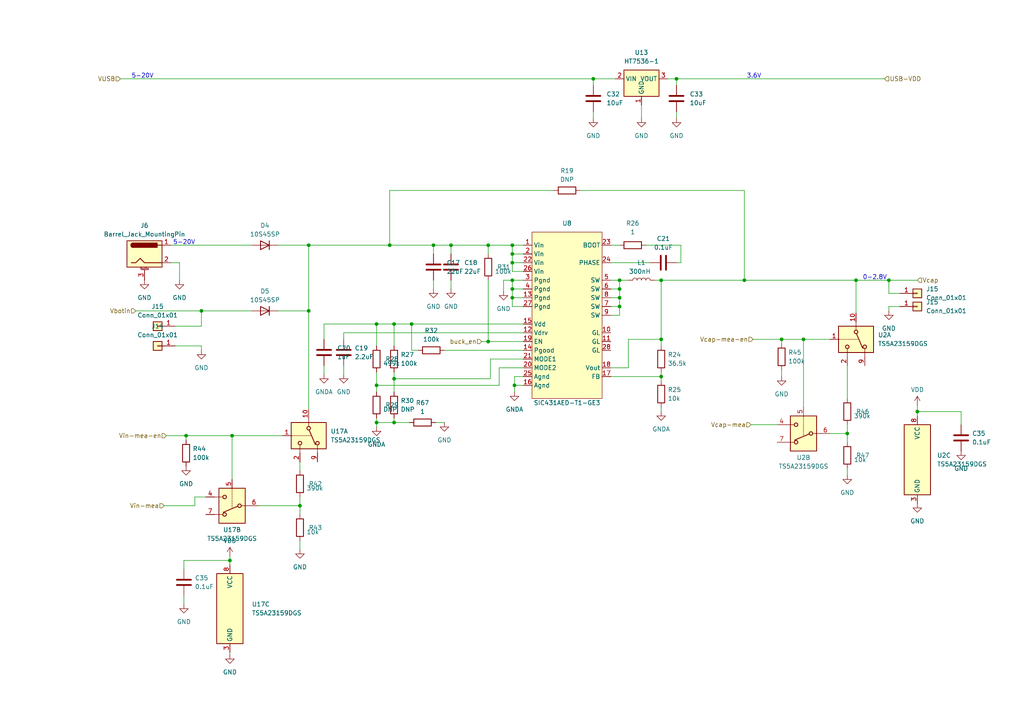
<source format=kicad_sch>
(kicad_sch (version 20230121) (generator eeschema)
  (paper "A4")
  (lib_symbols
    (symbol "Analog_Switch:TS5A23159DGS"
      (property "Reference" "U" (at -5.08 8.89 0))
      (property "Value" "TS5A23159DGS" (at -5.08 6.985 0))
      (symbol "TS5A23159DGS_1_1"
        (rectangle (start -3.81 5.08) (end 3.81 -5.08) (stroke (width 0.254)) (fill (type background)))
        (circle (center -2.159 0) (radius 0.508) (stroke (width 0.254)))
        (polyline (pts (xy -5.08 0) (xy -2.794 0)))
        (polyline (pts (xy -1.651 0.127) (xy 2.54 1.905)) (stroke (width 0.254)))
        (polyline (pts (xy 0 -5.08) (xy 0 -4.572)))
        (polyline (pts (xy 0 -4.318) (xy 0 -4.064)))
        (polyline (pts (xy 0 -3.81) (xy 0 -3.556)))
        (polyline (pts (xy 0 -3.302) (xy 0 -3.048)))
        (polyline (pts (xy 0 -2.794) (xy 0 -2.54)))
        (polyline (pts (xy 0 -2.286) (xy 0 -2.032)))
        (polyline (pts (xy 0 -1.778) (xy 0 -1.524)))
        (polyline (pts (xy 0 -1.27) (xy 0 -1.016)))
        (polyline (pts (xy 0 -0.762) (xy 0 -0.508)))
        (polyline (pts (xy 0 -0.254) (xy 0 0)))
        (polyline (pts (xy 0 0.254) (xy 0 0.508)))
        (polyline (pts (xy 5.08 -2.54) (xy 2.794 -2.54)))
        (polyline (pts (xy 5.08 2.54) (xy 2.794 2.54)))
        (circle (center 2.159 -2.54) (radius 0.508) (stroke (width 0.254)))
        (circle (center 2.159 2.54) (radius 0.508) (stroke (width 0.254)))
        (pin input line (at 0 -7.62 90) (length 2.54) (name "~") (number "1"))
        (pin passive line (at -7.62 0 0) (length 2.54) (name "~") (number "10"))
        (pin passive line (at 7.62 -2.54 180) (length 2.54) (name "~") (number "2"))
        (pin passive line (at 7.62 2.54 180) (length 2.54) (name "~") (number "9"))
      )
      (symbol "TS5A23159DGS_2_1"
        (rectangle (start -3.81 5.08) (end 3.81 -5.08) (stroke (width 0.254)) (fill (type background)))
        (circle (center -2.159 0) (radius 0.508) (stroke (width 0.254)))
        (polyline (pts (xy -5.08 0) (xy -2.794 0)))
        (polyline (pts (xy -1.651 0.127) (xy 2.54 1.905)) (stroke (width 0.254)))
        (polyline (pts (xy 0 -5.08) (xy 0 -4.572)))
        (polyline (pts (xy 0 -4.318) (xy 0 -4.064)))
        (polyline (pts (xy 0 -3.81) (xy 0 -3.556)))
        (polyline (pts (xy 0 -3.302) (xy 0 -3.048)))
        (polyline (pts (xy 0 -2.794) (xy 0 -2.54)))
        (polyline (pts (xy 0 -2.286) (xy 0 -2.032)))
        (polyline (pts (xy 0 -1.778) (xy 0 -1.524)))
        (polyline (pts (xy 0 -1.27) (xy 0 -1.016)))
        (polyline (pts (xy 0 -0.762) (xy 0 -0.508)))
        (polyline (pts (xy 0 -0.254) (xy 0 0)))
        (polyline (pts (xy 0 0.254) (xy 0 0.508)))
        (polyline (pts (xy 5.08 -2.54) (xy 2.794 -2.54)))
        (polyline (pts (xy 5.08 2.54) (xy 2.794 2.54)))
        (circle (center 2.159 -2.54) (radius 0.508) (stroke (width 0.254)))
        (circle (center 2.159 2.54) (radius 0.508) (stroke (width 0.254)))
        (pin passive line (at 7.62 -2.54 180) (length 2.54) (name "~") (number "4"))
        (pin input line (at 0 -7.62 90) (length 2.54) (name "~") (number "5"))
        (pin passive line (at -7.62 0 0) (length 2.54) (name "~") (number "6"))
        (pin passive line (at 7.62 2.54 180) (length 2.54) (name "~") (number "7"))
      )
      (symbol "TS5A23159DGS_3_1"
        (rectangle (start -3.81 10.16) (end 3.81 -10.16) (stroke (width 0.254)) (fill (type background)))
        (pin power_in line (at 0 -12.7 90) (length 2.54) (name "GND") (number "3"))
        (pin power_in line (at 0 12.7 270) (length 2.54) (name "VCC") (number "8"))
      )
    )
    (symbol "Connector:Barrel_Jack_MountingPin" (pin_names hide)
      (property "Reference" "J6" (at 0 8.255 0))
      (property "Value" "Barrel_Jack_MountingPin" (at 0 5.715 0))
      (symbol "Barrel_Jack_MountingPin_0_1"
        (rectangle (start -5.08 3.81) (end 5.08 -3.81) (stroke (width 0.254)) (fill (type background)))
        (arc (start -3.302 3.175) (mid -3.9343 2.54) (end -3.302 1.905) (stroke (width 0.254)))
        (arc (start -3.302 3.175) (mid -3.9343 2.54) (end -3.302 1.905) (stroke (width 0.254)) (fill (type outline)))
        (polyline (pts (xy 5.08 2.54) (xy 3.81 2.54)) (stroke (width 0.254)))
        (polyline (pts (xy -3.81 -2.54) (xy -2.54 -2.54) (xy -1.27 -1.27) (xy 0 -2.54) (xy 2.54 -2.54) (xy 5.08 -2.54)) (stroke (width 0.254)))
        (rectangle (start 3.683 3.175) (end -3.302 1.905) (stroke (width 0.254)) (fill (type outline)))
      )
      (symbol "Barrel_Jack_MountingPin_1_1"
        (polyline (pts (xy -1.016 -4.572) (xy 1.016 -4.572)) (stroke (width 0.1524)))
        (text "Mounting" (at 0 -4.191 0) (effects (font (size 0.381 0.381))))
        (pin passive line (at 7.62 2.54 180) (length 2.54) (name "~") (number "1"))
        (pin passive line (at 7.62 -2.54 180) (length 2.54) (name "~") (number "2"))
        (pin passive line (at 0 -7.62 90) (length 3.048) (name "MP") (number "3"))
      )
    )
    (symbol "Connector_Generic:Conn_01x01" (pin_names (offset 1.016) hide)
      (property "Reference" "J" (at 0 2.54 0))
      (property "Value" "Conn_01x01" (at 0 -2.54 0))
      (symbol "Conn_01x01_1_1"
        (rectangle (start -1.27 0.127) (end 0 -0.127) (stroke (width 0.1524)))
        (rectangle (start -1.27 1.27) (end 1.27 -1.27) (stroke (width 0.254)) (fill (type background)))
        (pin passive line (at -5.08 0 0) (length 3.81) (name "Pin_1") (number "1"))
      )
    )
    (symbol "Device:C" (pin_numbers hide) (pin_names (offset 0.254))
      (property "Reference" "C" (at 0.635 2.54 0))
      (property "Value" "C" (at 0.635 -2.54 0))
      (symbol "C_0_1"
        (polyline (pts (xy -2.032 -0.762) (xy 2.032 -0.762)) (stroke (width 0.508)))
        (polyline (pts (xy -2.032 0.762) (xy 2.032 0.762)) (stroke (width 0.508)))
      )
      (symbol "C_1_1"
        (pin passive line (at 0 3.81 270) (length 2.794) (name "~") (number "1"))
        (pin passive line (at 0 -3.81 90) (length 2.794) (name "~") (number "2"))
      )
    )
    (symbol "Device:L" (pin_numbers hide) (pin_names (offset 1.016) hide)
      (property "Reference" "L" (at -1.27 0 90))
      (property "Value" "L" (at 1.905 0 90))
      (symbol "L_0_1"
        (arc (start 0 -2.54) (mid 0.6323 -1.905) (end 0 -1.27))
        (arc (start 0 -1.27) (mid 0.6323 -0.635) (end 0 0))
        (arc (start 0 0) (mid 0.6323 0.635) (end 0 1.27))
        (arc (start 0 1.27) (mid 0.6323 1.905) (end 0 2.54))
      )
      (symbol "L_1_1"
        (pin passive line (at 0 3.81 270) (length 1.27) (name "1") (number "1"))
        (pin passive line (at 0 -3.81 90) (length 1.27) (name "2") (number "2"))
      )
    )
    (symbol "Device:R" (pin_numbers hide) (pin_names (offset 0))
      (property "Reference" "R" (at 2.032 0 90))
      (property "Value" "R" (at 0 0 90))
      (symbol "R_0_1"
        (rectangle (start -1.016 -2.54) (end 1.016 2.54) (stroke (width 0.254)))
      )
      (symbol "R_1_1"
        (pin passive line (at 0 3.81 270) (length 1.27) (name "~") (number "1"))
        (pin passive line (at 0 -3.81 90) (length 1.27) (name "~") (number "2"))
      )
    )
    (symbol "Diode:VS-6ESU06" (pin_numbers hide) (pin_names hide)
      (property "Reference" "D" (at 0 2.54 0))
      (property "Value" "VS-6ESU06" (at 0 -2.54 0))
      (symbol "VS-6ESU06_0_1"
        (polyline (pts (xy -1.27 1.27) (xy -1.27 -1.27)) (stroke (width 0.254)))
        (polyline (pts (xy 1.27 0) (xy -1.27 0)))
        (polyline (pts (xy 1.27 1.27) (xy 1.27 -1.27) (xy -1.27 0) (xy 1.27 1.27)) (stroke (width 0.254)))
      )
      (symbol "VS-6ESU06_1_1"
        (pin passive line (at 3.81 0 180) (length 2.54) (name "A") (number "1"))
        (pin passive line (at 3.81 0 180) (length 2.54) hide (name "A") (number "2"))
        (pin passive line (at -3.81 0 0) (length 2.54) (name "K") (number "3"))
      )
    )
    (symbol "Fan_pwr:dcdc-buck-SiC431"
      (property "Reference" "U8" (at 0.0019 26.67 0))
      (property "Value" "SIC431AED-T1-GE3" (at 0 -25.4 0))
      (symbol "dcdc-buck-SiC431_1_1"
        (rectangle (start -10.16 24.13) (end 10.16 -24.13) (fill (type background)))
        (pin power_in line (at -12.7 20.32 0) (length 2.54) (name "Vin") (number "1"))
        (pin output line (at 12.7 -5.08 180) (length 2.54) (name "GL") (number "10"))
        (pin output line (at 12.7 -7.62 180) (length 2.54) (name "GL") (number "11"))
        (pin power_out line (at -12.7 -5.08 0) (length 2.54) (name "Vdrv") (number "12"))
        (pin power_in line (at -12.7 5.08 0) (length 2.54) (name "Pgnd") (number "13"))
        (pin output line (at -12.7 -10.16 0) (length 2.54) (name "Pgood") (number "14"))
        (pin power_out line (at -12.7 -2.54 0) (length 2.54) (name "Vdd") (number "15"))
        (pin power_in line (at -12.7 -20.32 0) (length 2.54) (name "Agnd") (number "16"))
        (pin input line (at 12.7 -17.78 180) (length 2.54) (name "FB") (number "17"))
        (pin input line (at 12.7 -15.24 180) (length 2.54) (name "Vout") (number "18"))
        (pin input line (at -12.7 -7.62 0) (length 2.54) (name "EN") (number "19"))
        (pin power_in line (at -12.7 17.78 0) (length 2.54) (name "Vin") (number "2"))
        (pin input line (at -12.7 -15.24 0) (length 2.54) (name "MODE2") (number "20"))
        (pin input line (at -12.7 -12.7 0) (length 2.54) (name "MODE1") (number "21"))
        (pin power_in line (at -12.7 15.24 0) (length 2.54) (name "Vin") (number "22"))
        (pin bidirectional line (at 12.7 20.32 180) (length 2.54) (name "BOOT") (number "23"))
        (pin bidirectional line (at 12.7 15.24 180) (length 2.54) (name "PHASE") (number "24"))
        (pin power_in line (at -12.7 -17.78 0) (length 2.54) (name "Agnd") (number "25"))
        (pin power_in line (at -12.7 12.7 0) (length 2.54) (name "Vin") (number "26"))
        (pin power_in line (at -12.7 2.54 0) (length 2.54) (name "Pgnd") (number "27"))
        (pin output line (at 12.7 -10.16 180) (length 2.54) (name "GL") (number "28"))
        (pin power_in line (at -12.7 10.16 0) (length 2.54) (name "Pgnd") (number "3"))
        (pin power_in line (at -12.7 7.62 0) (length 2.54) (name "Pgnd") (number "4"))
        (pin power_out line (at 12.7 10.16 180) (length 2.54) (name "SW") (number "5"))
        (pin power_out line (at 12.7 7.62 180) (length 2.54) (name "SW") (number "6"))
        (pin power_out line (at 12.7 2.54 180) (length 2.54) (name "SW") (number "7"))
        (pin power_out line (at 12.7 5.08 180) (length 2.54) (name "SW") (number "8"))
        (pin power_out line (at 12.7 0 180) (length 2.54) (name "SW") (number "9"))
      )
    )
    (symbol "Regulator_Linear:HT75xx-1-SOT89"
      (property "Reference" "U" (at -5.08 -3.81 0))
      (property "Value" "HT75xx-1-SOT89" (at 0 6.35 0))
      (symbol "HT75xx-1-SOT89_0_1"
        (rectangle (start -5.08 5.08) (end 5.08 -2.54) (stroke (width 0.254)) (fill (type background)))
      )
      (symbol "HT75xx-1-SOT89_1_1"
        (pin power_in line (at 0 -5.08 90) (length 2.54) (name "GND") (number "1"))
        (pin power_in line (at -7.62 2.54 0) (length 2.54) (name "VIN") (number "2"))
        (pin power_out line (at 7.62 2.54 180) (length 2.54) (name "VOUT") (number "3"))
      )
    )
    (symbol "power:GND" (power) (pin_names (offset 0))
      (property "Value" "GND" (at 0 -3.81 0))
      (symbol "GND_0_1"
        (polyline (pts (xy 0 0) (xy 0 -1.27) (xy 1.27 -1.27) (xy 0 -2.54) (xy -1.27 -1.27) (xy 0 -1.27)))
      )
      (symbol "GND_1_1"
        (pin power_in line (at 0 0 270) (length 0) hide (name "GND") (number "1"))
      )
    )
    (symbol "power:GNDA" (power) (pin_names (offset 0))
      (property "Value" "GNDA" (at 0 -3.81 0))
      (symbol "GNDA_0_1"
        (polyline (pts (xy 0 0) (xy 0 -1.27) (xy 1.27 -1.27) (xy 0 -2.54) (xy -1.27 -1.27) (xy 0 -1.27)))
      )
      (symbol "GNDA_1_1"
        (pin power_in line (at 0 0 270) (length 0) hide (name "GNDA") (number "1"))
      )
    )
    (symbol "power:VDD" (power) (pin_names (offset 0))
      (property "Value" "VDD" (at 0 3.81 0))
      (symbol "VDD_0_1"
        (polyline (pts (xy -0.762 1.27) (xy 0 2.54)))
        (polyline (pts (xy 0 0) (xy 0 2.54)))
        (polyline (pts (xy 0 2.54) (xy 0.762 1.27)))
      )
      (symbol "VDD_1_1"
        (pin power_in line (at 0 0 90) (length 0) hide (name "VDD") (number "1"))
      )
    )
  )
  (junction (at 179.705 81.28))
  (junction (at 148.59 76.2))
  (junction (at 86.995 146.685))
  (junction (at 141.605 99.06))
  (junction (at 66.675 162.56))
  (junction (at 196.215 22.86))
  (junction (at 148.59 81.28))
  (junction (at 148.59 86.36))
  (junction (at 266.065 119.38))
  (junction (at 125.73 71.12))
  (junction (at 148.59 71.12))
  (junction (at 141.605 71.12))
  (junction (at 179.705 88.9))
  (junction (at 119.38 93.98))
  (junction (at 113.03 71.12))
  (junction (at 109.22 93.98))
  (junction (at 89.535 90.17))
  (junction (at 179.705 83.82))
  (junction (at 248.285 81.28))
  (junction (at 114.3 122.555))
  (junction (at 53.975 126.365))
  (junction (at 130.81 71.12))
  (junction (at 191.77 98.425))
  (junction (at 191.77 109.22))
  (junction (at 172.085 22.86))
  (junction (at 89.535 71.12))
  (junction (at 114.3 93.98))
  (junction (at 58.42 90.17))
  (junction (at 148.59 73.66))
  (junction (at 109.22 111.76))
  (junction (at 245.745 125.73))
  (junction (at 114.3 109.855))
  (junction (at 67.31 126.365))
  (junction (at 191.77 81.28))
  (junction (at 109.22 122.555))
  (junction (at 149.225 111.76))
  (junction (at 179.705 86.36))
  (junction (at 257.81 81.28))
  (junction (at 233.045 98.425))
  (junction (at 226.695 98.425))
  (junction (at 215.9 81.28))
  (junction (at 148.59 83.82))
  (wire (pts (xy 141.605 71.12) (xy 141.605 73.66)))
  (wire (pts (xy 179.705 81.28) (xy 182.245 81.28)))
  (wire (pts (xy 148.59 86.36) (xy 148.59 83.82)))
  (wire (pts (xy 218.44 98.425) (xy 226.695 98.425)))
  (wire (pts (xy 186.055 34.29) (xy 186.055 30.48)))
  (wire (pts (xy 56.515 144.145) (xy 56.515 146.685)))
  (wire (pts (xy 74.93 146.685) (xy 86.995 146.685)))
  (wire (pts (xy 245.745 125.73) (xy 245.745 128.27)))
  (wire (pts (xy 178.435 22.86) (xy 172.085 22.86)))
  (wire (pts (xy 58.42 100.33) (xy 58.42 101.6)))
  (wire (pts (xy 245.745 135.89) (xy 245.745 137.795)))
  (wire (pts (xy 148.59 88.9) (xy 148.59 86.36)))
  (wire (pts (xy 114.3 93.98) (xy 119.38 93.98)))
  (wire (pts (xy 93.98 108.585) (xy 93.98 106.045)))
  (wire (pts (xy 109.22 107.95) (xy 109.22 111.76)))
  (wire (pts (xy 34.925 22.86) (xy 172.085 22.86)))
  (wire (pts (xy 125.73 71.12) (xy 130.81 71.12)))
  (wire (pts (xy 80.645 90.17) (xy 89.535 90.17)))
  (wire (pts (xy 215.9 81.28) (xy 248.285 81.28)))
  (wire (pts (xy 179.705 86.36) (xy 179.705 83.82)))
  (wire (pts (xy 86.995 144.145) (xy 86.995 146.685)))
  (wire (pts (xy 151.765 73.66) (xy 148.59 73.66)))
  (wire (pts (xy 114.3 93.98) (xy 114.3 100.33)))
  (wire (pts (xy 53.34 165.1) (xy 53.34 162.56)))
  (wire (pts (xy 114.3 109.855) (xy 142.24 109.855)))
  (wire (pts (xy 114.3 121.285) (xy 114.3 122.555)))
  (wire (pts (xy 215.9 55.245) (xy 215.9 81.28)))
  (wire (pts (xy 139.7 99.06) (xy 141.605 99.06)))
  (wire (pts (xy 99.695 108.585) (xy 99.695 106.045)))
  (wire (pts (xy 226.695 109.22) (xy 226.695 107.315)))
  (wire (pts (xy 148.59 83.82) (xy 148.59 81.28)))
  (wire (pts (xy 148.59 73.66) (xy 148.59 71.12)))
  (wire (pts (xy 39.37 90.17) (xy 58.42 90.17)))
  (wire (pts (xy 89.535 90.17) (xy 89.535 118.745)))
  (wire (pts (xy 151.765 76.2) (xy 148.59 76.2)))
  (wire (pts (xy 179.705 88.9) (xy 179.705 86.36)))
  (wire (pts (xy 193.675 22.86) (xy 196.215 22.86)))
  (wire (pts (xy 113.03 55.245) (xy 113.03 71.12)))
  (wire (pts (xy 257.81 81.28) (xy 257.81 85.09)))
  (wire (pts (xy 114.3 109.855) (xy 114.3 113.665)))
  (wire (pts (xy 109.22 111.76) (xy 144.78 111.76)))
  (wire (pts (xy 151.765 111.76) (xy 149.225 111.76)))
  (wire (pts (xy 177.165 88.9) (xy 179.705 88.9)))
  (wire (pts (xy 125.73 71.12) (xy 125.73 73.66)))
  (wire (pts (xy 148.59 71.12) (xy 151.765 71.12)))
  (wire (pts (xy 86.995 156.845) (xy 86.995 159.385)))
  (wire (pts (xy 109.22 121.285) (xy 109.22 122.555)))
  (wire (pts (xy 52.07 76.2) (xy 52.07 81.28)))
  (wire (pts (xy 66.675 189.23) (xy 66.675 189.865)))
  (wire (pts (xy 226.695 98.425) (xy 226.695 99.695)))
  (wire (pts (xy 177.165 81.28) (xy 179.705 81.28)))
  (wire (pts (xy 99.695 98.425) (xy 99.695 96.52)))
  (wire (pts (xy 142.24 109.855) (xy 142.24 104.14)))
  (wire (pts (xy 172.085 22.86) (xy 172.085 24.765)))
  (wire (pts (xy 113.03 55.245) (xy 160.655 55.245)))
  (wire (pts (xy 233.045 98.425) (xy 233.045 118.11)))
  (wire (pts (xy 278.765 119.38) (xy 266.065 119.38)))
  (wire (pts (xy 196.215 22.86) (xy 256.54 22.86)))
  (wire (pts (xy 125.73 83.82) (xy 125.73 81.28)))
  (wire (pts (xy 266.065 119.38) (xy 266.065 120.65)))
  (wire (pts (xy 191.77 98.425) (xy 191.77 100.33)))
  (wire (pts (xy 168.275 55.245) (xy 215.9 55.245)))
  (wire (pts (xy 93.98 93.98) (xy 93.98 98.425)))
  (wire (pts (xy 114.3 122.555) (xy 109.22 122.555)))
  (wire (pts (xy 93.98 93.98) (xy 109.22 93.98)))
  (wire (pts (xy 58.42 94.615) (xy 58.42 90.17)))
  (wire (pts (xy 130.81 83.82) (xy 130.81 81.28)))
  (wire (pts (xy 182.245 98.425) (xy 191.77 98.425)))
  (wire (pts (xy 109.22 122.555) (xy 109.22 123.825)))
  (wire (pts (xy 128.905 101.6) (xy 151.765 101.6)))
  (wire (pts (xy 141.605 99.06) (xy 151.765 99.06)))
  (wire (pts (xy 240.665 125.73) (xy 245.745 125.73)))
  (wire (pts (xy 148.59 78.74) (xy 148.59 76.2)))
  (wire (pts (xy 177.165 86.36) (xy 179.705 86.36)))
  (wire (pts (xy 187.325 71.12) (xy 197.485 71.12)))
  (wire (pts (xy 260.985 88.9) (xy 257.81 88.9)))
  (wire (pts (xy 177.165 106.68) (xy 182.245 106.68)))
  (wire (pts (xy 148.59 81.28) (xy 146.05 81.28)))
  (wire (pts (xy 257.81 81.28) (xy 266.065 81.28)))
  (wire (pts (xy 109.22 111.76) (xy 109.22 113.665)))
  (wire (pts (xy 53.975 126.365) (xy 67.31 126.365)))
  (wire (pts (xy 151.765 109.22) (xy 149.225 109.22)))
  (wire (pts (xy 109.22 93.98) (xy 114.3 93.98)))
  (wire (pts (xy 151.765 78.74) (xy 148.59 78.74)))
  (wire (pts (xy 58.42 90.17) (xy 73.025 90.17)))
  (wire (pts (xy 151.765 81.28) (xy 148.59 81.28)))
  (wire (pts (xy 99.695 96.52) (xy 151.765 96.52)))
  (wire (pts (xy 177.165 76.2) (xy 188.595 76.2)))
  (wire (pts (xy 142.24 104.14) (xy 151.765 104.14)))
  (wire (pts (xy 260.985 85.09) (xy 257.81 85.09)))
  (wire (pts (xy 191.77 81.28) (xy 189.865 81.28)))
  (wire (pts (xy 121.285 101.6) (xy 119.38 101.6)))
  (wire (pts (xy 119.38 101.6) (xy 119.38 93.98)))
  (wire (pts (xy 245.745 106.045) (xy 245.745 115.57)))
  (wire (pts (xy 278.765 123.19) (xy 278.765 119.38)))
  (wire (pts (xy 148.59 73.66) (xy 148.59 76.2)))
  (wire (pts (xy 149.225 109.22) (xy 149.225 111.76)))
  (wire (pts (xy 59.69 144.145) (xy 56.515 144.145)))
  (wire (pts (xy 248.285 81.28) (xy 257.81 81.28)))
  (wire (pts (xy 49.53 76.2) (xy 52.07 76.2)))
  (wire (pts (xy 151.765 86.36) (xy 148.59 86.36)))
  (wire (pts (xy 257.81 88.9) (xy 257.81 90.17)))
  (wire (pts (xy 151.765 83.82) (xy 148.59 83.82)))
  (wire (pts (xy 245.745 123.19) (xy 245.745 125.73)))
  (wire (pts (xy 67.31 126.365) (xy 67.31 139.065)))
  (wire (pts (xy 197.485 71.12) (xy 197.485 76.2)))
  (wire (pts (xy 141.605 81.28) (xy 141.605 99.06)))
  (wire (pts (xy 80.645 71.12) (xy 89.535 71.12)))
  (wire (pts (xy 197.485 76.2) (xy 196.215 76.2)))
  (wire (pts (xy 66.675 162.56) (xy 66.675 161.29)))
  (wire (pts (xy 114.3 107.95) (xy 114.3 109.855)))
  (wire (pts (xy 196.215 34.29) (xy 196.215 32.385)))
  (wire (pts (xy 53.975 126.365) (xy 53.975 127.635)))
  (wire (pts (xy 66.675 162.56) (xy 66.675 163.83)))
  (wire (pts (xy 109.22 93.98) (xy 109.22 100.33)))
  (wire (pts (xy 49.53 71.12) (xy 73.025 71.12)))
  (wire (pts (xy 191.77 98.425) (xy 191.77 81.28)))
  (wire (pts (xy 114.3 122.555) (xy 118.745 122.555)))
  (wire (pts (xy 86.995 146.685) (xy 86.995 149.225)))
  (wire (pts (xy 50.8 100.33) (xy 58.42 100.33)))
  (wire (pts (xy 144.78 111.76) (xy 144.78 106.68)))
  (wire (pts (xy 144.78 106.68) (xy 151.765 106.68)))
  (wire (pts (xy 248.285 81.28) (xy 248.285 90.805)))
  (wire (pts (xy 48.26 126.365) (xy 53.975 126.365)))
  (wire (pts (xy 89.535 71.12) (xy 113.03 71.12)))
  (wire (pts (xy 177.165 91.44) (xy 179.705 91.44)))
  (wire (pts (xy 130.81 71.12) (xy 130.81 73.66)))
  (wire (pts (xy 177.165 109.22) (xy 191.77 109.22)))
  (wire (pts (xy 53.34 162.56) (xy 66.675 162.56)))
  (wire (pts (xy 141.605 71.12) (xy 148.59 71.12)))
  (wire (pts (xy 130.81 71.12) (xy 141.605 71.12)))
  (wire (pts (xy 67.31 126.365) (xy 81.915 126.365)))
  (wire (pts (xy 226.695 98.425) (xy 233.045 98.425)))
  (wire (pts (xy 89.535 71.12) (xy 89.535 90.17)))
  (wire (pts (xy 113.03 71.12) (xy 125.73 71.12)))
  (wire (pts (xy 191.77 107.95) (xy 191.77 109.22)))
  (wire (pts (xy 86.995 133.985) (xy 86.995 136.525)))
  (wire (pts (xy 172.085 34.29) (xy 172.085 32.385)))
  (wire (pts (xy 191.77 109.22) (xy 191.77 110.49)))
  (wire (pts (xy 191.77 81.28) (xy 215.9 81.28)))
  (wire (pts (xy 146.05 81.28) (xy 146.05 84.455)))
  (wire (pts (xy 233.045 98.425) (xy 240.665 98.425)))
  (wire (pts (xy 266.065 117.475) (xy 266.065 119.38)))
  (wire (pts (xy 182.245 98.425) (xy 182.245 106.68)))
  (wire (pts (xy 191.77 119.38) (xy 191.77 118.11)))
  (wire (pts (xy 217.805 123.19) (xy 225.425 123.19)))
  (wire (pts (xy 151.765 88.9) (xy 148.59 88.9)))
  (wire (pts (xy 177.165 83.82) (xy 179.705 83.82)))
  (wire (pts (xy 53.34 175.26) (xy 53.34 172.72)))
  (wire (pts (xy 119.38 93.98) (xy 151.765 93.98)))
  (wire (pts (xy 149.225 111.76) (xy 149.225 113.665)))
  (wire (pts (xy 50.8 94.615) (xy 58.42 94.615)))
  (wire (pts (xy 196.215 22.86) (xy 196.215 24.765)))
  (wire (pts (xy 179.705 83.82) (xy 179.705 81.28)))
  (wire (pts (xy 128.905 122.555) (xy 126.365 122.555)))
  (wire (pts (xy 47.625 146.685) (xy 56.515 146.685)))
  (wire (pts (xy 177.165 71.12) (xy 179.705 71.12)))
  (wire (pts (xy 179.705 91.44) (xy 179.705 88.9)))
  (text "5-20V\n" (at 38.1 22.86 0) (effects (font (size 1.27 1.27)) (justify left bottom)))
  (text "5-20V\n" (at 50.165 71.12 0) (effects (font (size 1.27 1.27)) (justify left bottom)))
  (text "0-2.8V\n" (at 250.19 81.28 0) (effects (font (size 1.27 1.27)) (justify left bottom)))
  (text "3.6V\n" (at 216.535 22.86 0) (effects (font (size 1.27 1.27)) (justify left bottom)))
  (hierarchical_label "VUSB" (shape input) (at 34.925 22.86 180))
  (hierarchical_label "Vin-mea-en" (shape input) (at 48.26 126.365 180))
  (hierarchical_label "Vcap-mea-en" (shape input) (at 218.44 98.425 180))
  (hierarchical_label "Vbotin" (shape input) (at 39.37 90.17 180))
  (hierarchical_label "Vcap-mea" (shape input) (at 217.805 123.19 180))
  (hierarchical_label "USB-VDD" (shape input) (at 256.54 22.86 0))
  (hierarchical_label "buck_en" (shape input) (at 139.7 99.06 180))
  (hierarchical_label "Vin-mea" (shape input) (at 47.625 146.685 180))
  (hierarchical_label "Vcap" (shape input) (at 266.065 81.28 0))
  (symbol (lib_id "power:GNDA") (at 93.98 108.585 0) (unit 1)
    (property "Reference" "#PWR063" (effects hide))
    (property "Value" "GNDA" (at 93.98 113.665 0))
  )
  (symbol (lib_id "power:GND") (at 86.995 159.385 0) (unit 1)
    (property "Reference" "#PWR040" (effects hide))
    (property "Value" "GND" (at 86.995 164.465 0))
    (instances (project "FreeBot_main_v1.1b" (path "" (reference "#PWR040") (unit 1)) (path "" (reference "#PWR084") (unit 1))))
  )
  (symbol (lib_id "Device:C") (at 99.695 102.235 0) (unit 1)
    (property "Reference" "C19" (at 102.87 100.965 0) (effects (justify left)))
    (property "Value" "2.2uF" (at 102.87 103.505 0) (effects (justify left)))
    (property "Footprint" "Capacitor_SMD:C_0402_1005Metric" (effects hide))
  )
  (symbol (lib_id "power:GND") (at 52.07 81.28 0) (unit 1)
    (property "Reference" "#PWR040" (effects hide))
    (property "Value" "GND" (at 52.07 86.36 0))
    (instances (project "FreeBot_main_v1.1b" (path "" (reference "#PWR040") (unit 1)) (path "" (reference "#PWR044") (unit 1))))
  )
  (symbol (lib_id "power:GND") (at 53.975 135.255 0) (unit 1)
    (property "Reference" "#PWR040" (effects hide))
    (property "Value" "GND" (at 53.975 140.335 0))
    (instances (project "FreeBot_main_v1.1b" (path "" (reference "#PWR040") (unit 1)) (path "" (reference "#PWR085") (unit 1))))
  )
  (symbol (lib_id "power:GND") (at 58.42 101.6 0) (unit 1)
    (property "Reference" "#PWR040" (effects hide))
    (property "Value" "GND" (at 58.42 106.68 0))
    (instances (project "FreeBot_main_v1.1b" (path "" (reference "#PWR040") (unit 1)) (path "" (reference "#PWR028") (unit 1))))
  )
  (symbol (lib_id "Device:R") (at 122.555 122.555 270) (unit 1)
    (property "Reference" "R67" (at 122.555 116.84 90))
    (property "Value" "1" (at 122.555 119.38 90))
    (property "Footprint" "Resistor_SMD:R_0402_1005Metric" (effects hide))
  )
  (symbol (lib_id "Device:C") (at 172.085 28.575 0) (unit 1)
    (property "Reference" "C32" (at 175.895 27.305 0) (effects (justify left)))
    (property "Value" "10uF" (at 175.895 29.845 0) (effects (justify left)))
    (property "Footprint" "Capacitor_SMD:C_0603_1608Metric" (effects hide))
  )
  (symbol (lib_id "Device:C") (at 192.405 76.2 90) (unit 1)
    (property "Reference" "C21" (at 192.405 69.215 90))
    (property "Value" "0.1uF" (at 192.405 71.755 90))
    (property "Footprint" "Capacitor_SMD:C_0402_1005Metric" (effects hide))
  )
  (symbol (lib_id "Connector_Generic:Conn_01x01") (at 266.065 85.09 0) (unit 1)
    (property "Reference" "J15" (at 268.605 83.82 0) (effects (justify left)))
    (property "Value" "Conn_01x01" (at 268.605 86.36 0) (effects (justify left)))
    (property "Footprint" "MountingHole:MountingHole_3.2mm_M3_Pad_TopBottom" (effects hide))
    (instances (project "FreeBot_main_v1.1b" (path "" (reference "J15") (unit 1)) (path "" (reference "J4") (unit 1))))
  )
  (symbol (lib_id "Analog_Switch:TS5A23159DGS") (at 248.285 98.425 270) (unit 1)
    (property "Reference" "U2" (at 254.635 97.155 90) (effects (justify left)))
    (property "Value" "TS5A23159DGS" (at 254.635 99.695 90) (effects (justify left)))
    (property "Footprint" "Package_SO:VSSOP-10_3x3mm_P0.5mm" (effects hide))
    (property "Datasheet" "http://www.ti.com/lit/ds/symlink/ts5a23159.pdf" (effects hide))
  )
  (symbol (lib_id "power:GND") (at 172.085 34.29 0) (unit 1)
    (property "Reference" "#PWR040" (effects hide))
    (property "Value" "GND" (at 172.085 39.37 0))
    (instances (project "FreeBot_main_v1.1b" (path "" (reference "#PWR040") (unit 1)) (path "" (reference "#PWR073") (unit 1))))
  )
  (symbol (lib_id "power:GNDA") (at 149.225 113.665 0) (unit 1)
    (property "Reference" "#PWR062" (effects hide))
    (property "Value" "GNDA" (at 149.225 118.745 0))
  )
  (symbol (lib_id "power:GND") (at 245.745 137.795 0) (unit 1)
    (property "Reference" "#PWR040" (effects hide))
    (property "Value" "GND" (at 245.745 142.875 0))
    (instances (project "FreeBot_main_v1.1b" (path "" (reference "#PWR040") (unit 1)) (path "" (reference "#PWR091") (unit 1))))
  )
  (symbol (lib_id "power:GND") (at 125.73 83.82 0) (unit 1)
    (property "Reference" "#PWR040" (effects hide))
    (property "Value" "GND" (at 125.73 88.9 0))
    (instances (project "FreeBot_main_v1.1b" (path "" (reference "#PWR040") (unit 1)) (path "" (reference "#PWR058") (unit 1))))
  )
  (symbol (lib_id "Device:C") (at 196.215 28.575 0) (unit 1)
    (property "Reference" "C33" (at 200.025 27.305 0) (effects (justify left)))
    (property "Value" "10uF" (at 200.025 29.845 0) (effects (justify left)))
    (property "Footprint" "Capacitor_SMD:C_0603_1608Metric" (effects hide))
  )
  (symbol (lib_id "Device:R") (at 183.515 71.12 90) (unit 1)
    (property "Reference" "R26" (at 183.515 64.77 90))
    (property "Value" "1" (at 183.515 67.31 90))
    (property "Footprint" "Resistor_SMD:R_0402_1005Metric" (effects hide))
  )
  (symbol (lib_id "power:GND") (at 128.905 122.555 0) (unit 1)
    (property "Reference" "#PWR040" (effects hide))
    (property "Value" "GND" (at 128.905 127.635 0))
    (instances (project "FreeBot_main_v1.1b" (path "" (reference "#PWR040") (unit 1)) (path "" (reference "#PWR05") (unit 1))))
  )
  (symbol (lib_id "Device:R") (at 109.22 104.14 0) (unit 1)
    (property "Reference" "R28" (at 111.76 104.14 0) (effects (justify left)))
    (property "Value" "499k" (at 111.125 105.41 0) (effects (justify left)))
    (property "Footprint" "Resistor_SMD:R_0402_1005Metric" (effects hide))
  )
  (symbol (lib_id "Regulator_Linear:HT75xx-1-SOT89") (at 186.055 25.4 0) (unit 1)
    (property "Reference" "U13" (at 186.055 15.24 0))
    (property "Value" "HT7536-1\n" (at 186.055 17.78 0))
    (property "Footprint" "Package_TO_SOT_SMD:SOT-89-3" (effects hide))
    (property "Datasheet" "https://www.holtek.com/documents/10179/116711/HT75xx-1v250.pdf" (effects hide))
  )
  (symbol (lib_id "Analog_Switch:TS5A23159DGS") (at 67.31 146.685 180) (unit 2)
    (property "Reference" "U17" (at 67.31 153.67 0))
    (property "Value" "TS5A23159DGS" (at 67.31 156.21 0))
    (property "Footprint" "Package_SO:VSSOP-10_3x3mm_P0.5mm" (effects hide))
    (property "Datasheet" "http://www.ti.com/lit/ds/symlink/ts5a23159.pdf" (effects hide))
  )
  (symbol (lib_id "Analog_Switch:TS5A23159DGS") (at 89.535 126.365 270) (unit 1)
    (property "Reference" "U17" (at 95.885 125.095 90) (effects (justify left)))
    (property "Value" "TS5A23159DGS" (at 95.885 127.635 90) (effects (justify left)))
    (property "Footprint" "Package_SO:VSSOP-10_3x3mm_P0.5mm" (effects hide))
    (property "Datasheet" "http://www.ti.com/lit/ds/symlink/ts5a23159.pdf" (effects hide))
  )
  (symbol (lib_id "Device:C") (at 278.765 127 0) (unit 1)
    (property "Reference" "C35" (at 281.94 125.73 0) (effects (justify left)))
    (property "Value" "0.1uF" (at 281.94 128.27 0) (effects (justify left)))
    (property "Footprint" "Capacitor_SMD:C_0402_1005Metric" (effects hide))
    (instances (project "FreeBot_main_v1.1b" (path "" (reference "C35") (unit 1)) (path "" (reference "C23") (unit 1))))
  )
  (symbol (lib_id "Device:R") (at 53.975 131.445 0) (unit 1)
    (property "Reference" "R44" (at 55.88 130.175 0) (effects (justify left)))
    (property "Value" "100k" (at 55.88 132.715 0) (effects (justify left)))
    (property "Footprint" "Resistor_SMD:R_0402_1005Metric" (effects hide))
  )
  (symbol (lib_id "Fan_pwr:dcdc-buck-SiC431") (at 164.465 91.44 0) (unit 1)
    (property "Reference" "U8" (at 164.4669 64.77 0))
    (property "Value" "SIC431AED-T1-GE3" (at 164.465 116.84 0))
    (property "Footprint" "Fan-pwr:MLP44-24L SiC431" (effects hide))
  )
  (symbol (lib_id "Device:C") (at 53.34 168.91 0) (unit 1)
    (property "Reference" "C35" (at 56.515 167.64 0) (effects (justify left)))
    (property "Value" "0.1uF" (at 56.515 170.18 0) (effects (justify left)))
    (property "Footprint" "Capacitor_SMD:C_0402_1005Metric" (effects hide))
    (instances (project "FreeBot_main_v1.1b" (path "" (reference "C35") (unit 1)) (path "" (reference "C22") (unit 1))))
  )
  (symbol (lib_id "Connector:Barrel_Jack_MountingPin") (at 41.91 73.66 0) (unit 1)
    (property "Reference" "J6" (at 41.91 65.405 0))
    (property "Value" "Barrel_Jack_MountingPin" (at 41.91 67.945 0))
    (property "Footprint" "Connector_BarrelJack:BarrelJack_GCT_DCJ200-10-A_Horizontal" (effects hide))
  )
  (symbol (lib_id "Device:C") (at 93.98 102.235 0) (unit 1)
    (property "Reference" "C20" (at 97.79 100.965 0) (effects (justify left)))
    (property "Value" "1uF" (at 97.79 103.505 0) (effects (justify left)))
    (property "Footprint" "Capacitor_SMD:C_0402_1005Metric" (effects hide))
  )
  (symbol (lib_id "power:VDD") (at 266.065 117.475 0) (mirror y) (unit 1)
    (property "Reference" "#PWR034" (effects hide))
    (property "Value" "VDD" (at 266.065 113.03 0))
    (instances (project "FreeBot_main_v1.1b" (path "" (reference "#PWR034") (unit 1)) (path "" (reference "#PWR075") (unit 1))))
  )
  (symbol (lib_id "Device:R") (at 109.22 117.475 0) (unit 1)
    (property "Reference" "R29" (at 111.76 117.475 0) (effects (justify left)))
    (property "Value" "DNP" (at 111.125 118.745 0) (effects (justify left)))
    (property "Footprint" "Resistor_SMD:R_0402_1005Metric" (effects hide))
  )
  (symbol (lib_id "power:GNDA") (at 191.77 119.38 0) (unit 1)
    (property "Reference" "#PWR064" (effects hide))
    (property "Value" "GNDA" (at 191.77 124.46 0))
  )
  (symbol (lib_id "power:GND") (at 130.81 83.82 0) (unit 1)
    (property "Reference" "#PWR040" (effects hide))
    (property "Value" "GND" (at 130.81 88.9 0))
    (instances (project "FreeBot_main_v1.1b" (path "" (reference "#PWR040") (unit 1)) (path "" (reference "#PWR059") (unit 1))))
  )
  (symbol (lib_id "Connector_Generic:Conn_01x01") (at 45.72 94.615 180) (unit 1)
    (property "Reference" "J15" (at 45.72 88.9 0))
    (property "Value" "Conn_01x01" (at 45.72 91.44 0))
    (property "Footprint" "Fan-Connectors:M3-side-terminal-DZ-43" (effects hide))
  )
  (symbol (lib_id "power:GND") (at 53.34 175.26 0) (unit 1)
    (property "Reference" "#PWR040" (effects hide))
    (property "Value" "GND" (at 53.34 180.34 0))
    (instances (project "FreeBot_main_v1.1b" (path "" (reference "#PWR040") (unit 1)) (path "" (reference "#PWR032") (unit 1))))
  )
  (symbol (lib_id "Diode:VS-6ESU06") (at 76.835 71.12 180) (unit 1)
    (property "Reference" "D4" (at 76.835 65.405 0))
    (property "Value" "10S45SP" (at 76.835 67.945 0))
    (property "Footprint" "Package_TO_SOT_SMD:TO-277A" (effects hide))
    (property "Datasheet" "https://www.vishay.com/docs/94987/vs-6esu06hm3.pdf" (effects hide))
  )
  (symbol (lib_id "power:GND") (at 196.215 34.29 0) (unit 1)
    (property "Reference" "#PWR040" (effects hide))
    (property "Value" "GND" (at 196.215 39.37 0))
    (instances (project "FreeBot_main_v1.1b" (path "" (reference "#PWR040") (unit 1)) (path "" (reference "#PWR089") (unit 1))))
  )
  (symbol (lib_id "power:GND") (at 278.765 130.81 0) (unit 1)
    (property "Reference" "#PWR040" (effects hide))
    (property "Value" "GND" (at 278.765 135.89 0))
    (instances (project "FreeBot_main_v1.1b" (path "" (reference "#PWR040") (unit 1)) (path "" (reference "#PWR033") (unit 1))))
  )
  (symbol (lib_id "power:GND") (at 266.065 146.05 0) (unit 1)
    (property "Reference" "#PWR040" (effects hide))
    (property "Value" "GND" (at 266.065 151.13 0))
    (instances (project "FreeBot_main_v1.1b" (path "" (reference "#PWR040") (unit 1)) (path "" (reference "#PWR035") (unit 1))))
  )
  (symbol (lib_id "Device:R") (at 125.095 101.6 90) (unit 1)
    (property "Reference" "R32" (at 125.095 95.885 90))
    (property "Value" "100k" (at 125.095 98.425 90))
    (property "Footprint" "Resistor_SMD:R_0402_1005Metric" (effects hide))
  )
  (symbol (lib_id "Connector_Generic:Conn_01x01") (at 45.72 100.33 180) (unit 1)
    (property "Reference" "J14" (at 45.72 94.615 0))
    (property "Value" "Conn_01x01" (at 45.72 97.155 0))
    (property "Footprint" "Fan-Connectors:M3-side-terminal-DZ-32" (effects hide))
  )
  (symbol (lib_id "Analog_Switch:TS5A23159DGS") (at 66.675 176.53 0) (unit 3)
    (property "Reference" "U17" (at 73.025 175.26 0) (effects (justify left)))
    (property "Value" "TS5A23159DGS" (at 73.025 177.8 0) (effects (justify left)))
    (property "Footprint" "Package_SO:VSSOP-10_3x3mm_P0.5mm" (effects hide))
    (property "Datasheet" "http://www.ti.com/lit/ds/symlink/ts5a23159.pdf" (effects hide))
  )
  (symbol (lib_id "Diode:VS-6ESU06") (at 76.835 90.17 180) (unit 1)
    (property "Reference" "D5" (at 76.835 84.455 0))
    (property "Value" "10S45SP" (at 76.835 86.995 0))
    (property "Footprint" "Package_TO_SOT_SMD:TO-277A" (effects hide))
    (property "Datasheet" "https://www.vishay.com/docs/94987/vs-6esu06hm3.pdf" (effects hide))
  )
  (symbol (lib_id "Analog_Switch:TS5A23159DGS") (at 233.045 125.73 180) (unit 2)
    (property "Reference" "U2" (at 233.045 132.715 0))
    (property "Value" "TS5A23159DGS" (at 233.045 135.255 0))
    (property "Footprint" "Package_SO:VSSOP-10_3x3mm_P0.5mm" (effects hide))
    (property "Datasheet" "http://www.ti.com/lit/ds/symlink/ts5a23159.pdf" (effects hide))
  )
  (symbol (lib_id "Device:R") (at 114.3 117.475 0) (unit 1)
    (property "Reference" "R30" (at 116.205 116.205 0) (effects (justify left)))
    (property "Value" "DNP" (at 116.205 118.745 0) (effects (justify left)))
    (property "Footprint" "Resistor_SMD:R_0402_1005Metric" (effects hide))
  )
  (symbol (lib_id "power:GND") (at 186.055 34.29 0) (unit 1)
    (property "Reference" "#PWR040" (effects hide))
    (property "Value" "GND" (at 186.055 39.37 0))
    (instances (project "FreeBot_main_v1.1b" (path "" (reference "#PWR040") (unit 1)) (path "" (reference "#PWR088") (unit 1))))
  )
  (symbol (lib_id "power:GNDA") (at 109.22 123.825 0) (unit 1)
    (property "Reference" "#PWR065" (effects hide))
    (property "Value" "GNDA" (at 109.22 128.905 0))
  )
  (symbol (lib_id "power:GND") (at 41.91 81.28 0) (unit 1)
    (property "Reference" "#PWR040" (effects hide))
    (property "Value" "GND" (at 41.91 86.36 0))
    (instances (project "FreeBot_main_v1.1b" (path "" (reference "#PWR040") (unit 1)) (path "" (reference "#PWR043") (unit 1))))
  )
  (symbol (lib_id "Connector_Generic:Conn_01x01") (at 266.065 88.9 0) (unit 1)
    (property "Reference" "J15" (at 268.605 87.63 0) (effects (justify left)))
    (property "Value" "Conn_01x01" (at 268.605 90.17 0) (effects (justify left)))
    (property "Footprint" "MountingHole:MountingHole_3.2mm_M3_Pad_TopBottom" (effects hide))
    (instances (project "FreeBot_main_v1.1b" (path "" (reference "J15") (unit 1)) (path "" (reference "J5") (unit 1))))
  )
  (symbol (lib_id "power:GND") (at 146.05 84.455 0) (unit 1)
    (property "Reference" "#PWR040" (effects hide))
    (property "Value" "GND" (at 146.05 89.535 0))
    (instances (project "FreeBot_main_v1.1b" (path "" (reference "#PWR040") (unit 1)) (path "" (reference "#PWR060") (unit 1))))
  )
  (symbol (lib_id "Device:R") (at 86.995 153.035 0) (unit 1)
    (property "Reference" "R43" (at 89.535 153.035 0) (effects (justify left)))
    (property "Value" "10k" (at 88.9 154.305 0) (effects (justify left)))
    (property "Footprint" "Resistor_SMD:R_0402_1005Metric" (effects hide))
  )
  (symbol (lib_id "Device:C") (at 130.81 77.47 0) (unit 1)
    (property "Reference" "C18" (at 134.62 76.2 0) (effects (justify left)))
    (property "Value" "22uF" (at 134.62 78.74 0) (effects (justify left)))
    (property "Footprint" "Capacitor_SMD:C_0603_1608Metric" (effects hide))
  )
  (symbol (lib_id "Device:L") (at 186.055 81.28 90) (unit 1)
    (property "Reference" "L1" (at 186.055 76.2 90))
    (property "Value" "300nH " (at 186.055 78.74 90))
    (property "Footprint" "Inductor_SMD:L_Chilisin_BMRF00101040" (effects hide))
    (property "Datasheet" "FXL1040-R30-M" (effects hide))
  )
  (symbol (lib_id "Analog_Switch:TS5A23159DGS") (at 266.065 133.35 0) (unit 3)
    (property "Reference" "U2" (at 271.78 132.08 0) (effects (justify left)))
    (property "Value" "TS5A23159DGS" (at 271.78 134.62 0) (effects (justify left)))
    (property "Footprint" "Package_SO:VSSOP-10_3x3mm_P0.5mm" (effects hide))
    (property "Datasheet" "http://www.ti.com/lit/ds/symlink/ts5a23159.pdf" (effects hide))
  )
  (symbol (lib_id "Device:C") (at 125.73 77.47 0) (unit 1)
    (property "Reference" "C17" (at 129.54 76.2 0) (effects (justify left)))
    (property "Value" "22uF" (at 129.54 78.74 0) (effects (justify left)))
    (property "Footprint" "Capacitor_SMD:C_0603_1608Metric" (effects hide))
  )
  (symbol (lib_id "power:GND") (at 257.81 90.17 0) (unit 1)
    (property "Reference" "#PWR040" (effects hide))
    (property "Value" "GND" (at 257.81 95.25 0))
    (instances (project "FreeBot_main_v1.1b" (path "" (reference "#PWR040") (unit 1)) (path "" (reference "#PWR041") (unit 1))))
  )
  (symbol (lib_id "power:GND") (at 66.675 189.865 0) (unit 1)
    (property "Reference" "#PWR040" (effects hide))
    (property "Value" "GND" (at 66.675 194.945 0))
    (instances (project "FreeBot_main_v1.1b" (path "" (reference "#PWR040") (unit 1)) (path "" (reference "#PWR031") (unit 1))))
  )
  (symbol (lib_id "Device:R") (at 226.695 103.505 0) (unit 1)
    (property "Reference" "R45" (at 228.6 102.235 0) (effects (justify left)))
    (property "Value" "100k" (at 228.6 104.775 0) (effects (justify left)))
    (property "Footprint" "Resistor_SMD:R_0402_1005Metric" (effects hide))
  )
  (symbol (lib_id "Device:R") (at 86.995 140.335 0) (unit 1)
    (property "Reference" "R42" (at 89.535 140.335 0) (effects (justify left)))
    (property "Value" "390k" (at 88.9 141.605 0) (effects (justify left)))
    (property "Footprint" "Resistor_SMD:R_0402_1005Metric" (effects hide))
  )
  (symbol (lib_id "Device:R") (at 164.465 55.245 90) (unit 1)
    (property "Reference" "R19" (at 164.465 49.53 90))
    (property "Value" "DNP" (at 164.465 52.07 90))
    (property "Footprint" "Resistor_SMD:R_1206_3216Metric" (effects hide))
  )
  (symbol (lib_id "power:GND") (at 99.695 108.585 0) (unit 1)
    (property "Reference" "#PWR040" (effects hide))
    (property "Value" "GND" (at 99.695 113.665 0))
    (instances (project "FreeBot_main_v1.1b" (path "" (reference "#PWR040") (unit 1)) (path "" (reference "#PWR061") (unit 1))))
  )
  (symbol (lib_id "Device:R") (at 191.77 114.3 0) (unit 1)
    (property "Reference" "R25" (at 193.675 113.03 0) (effects (justify left)))
    (property "Value" "10k" (at 193.675 115.57 0) (effects (justify left)))
    (property "Footprint" "Resistor_SMD:R_0402_1005Metric" (effects hide))
  )
  (symbol (lib_id "Device:R") (at 141.605 77.47 0) (unit 1)
    (property "Reference" "R31" (at 144.145 77.47 0) (effects (justify left)))
    (property "Value" "100k" (at 143.51 78.74 0) (effects (justify left)))
    (property "Footprint" "Resistor_SMD:R_0402_1005Metric" (effects hide))
  )
  (symbol (lib_id "power:GND") (at 226.695 109.22 0) (unit 1)
    (property "Reference" "#PWR040" (effects hide))
    (property "Value" "GND" (at 226.695 114.3 0))
    (instances (project "FreeBot_main_v1.1b" (path "" (reference "#PWR040") (unit 1)) (path "" (reference "#PWR090") (unit 1))))
  )
  (symbol (lib_id "Device:R") (at 245.745 132.08 0) (unit 1)
    (property "Reference" "R47" (at 248.285 132.08 0) (effects (justify left)))
    (property "Value" "10k" (at 247.65 133.35 0) (effects (justify left)))
    (property "Footprint" "Resistor_SMD:R_0402_1005Metric" (effects hide))
  )
  (symbol (lib_id "Device:R") (at 191.77 104.14 0) (unit 1)
    (property "Reference" "R24" (at 193.675 102.87 0) (effects (justify left)))
    (property "Value" "36.5k" (at 193.675 105.41 0) (effects (justify left)))
    (property "Footprint" "Resistor_SMD:R_0402_1005Metric" (effects hide))
  )
  (symbol (lib_id "Device:R") (at 114.3 104.14 0) (unit 1)
    (property "Reference" "R27" (at 116.205 102.87 0) (effects (justify left)))
    (property "Value" "100k" (at 116.205 105.41 0) (effects (justify left)))
    (property "Footprint" "Resistor_SMD:R_0402_1005Metric" (effects hide))
  )
  (symbol (lib_id "Device:R") (at 245.745 119.38 0) (unit 1)
    (property "Reference" "R46" (at 248.285 119.38 0) (effects (justify left)))
    (property "Value" "390k" (at 247.65 120.65 0) (effects (justify left)))
    (property "Footprint" "Resistor_SMD:R_0402_1005Metric" (effects hide))
  )
  (symbol (lib_id "power:VDD") (at 66.675 161.29 0) (unit 1)
    (property "Reference" "#PWR030" (effects hide))
    (property "Value" "VDD" (at 66.675 156.845 0))
    (instances (project "FreeBot_main_v1.1b" (path "" (reference "#PWR030") (unit 1)) (path "" (reference "#PWR075") (unit 1))))
  )
)
</source>
